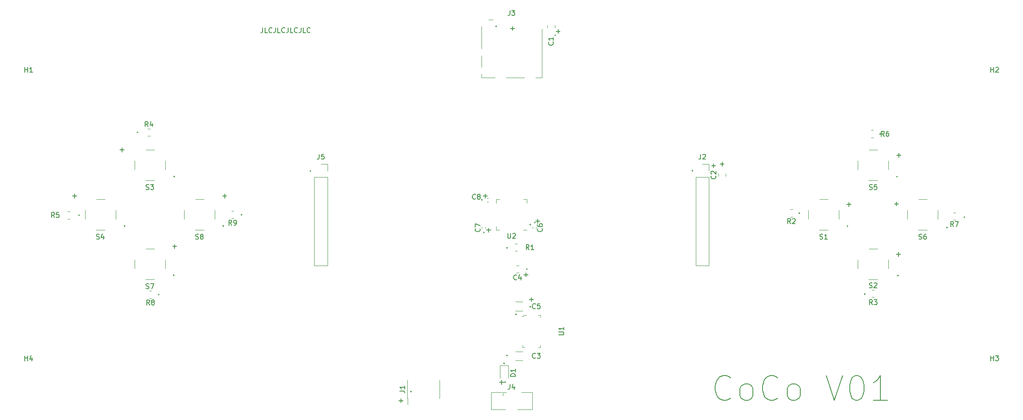
<source format=gbr>
%TF.GenerationSoftware,KiCad,Pcbnew,(6.0.10)*%
%TF.CreationDate,2023-04-18T09:59:35+03:00*%
%TF.ProjectId,Console,436f6e73-6f6c-4652-9e6b-696361645f70,rev?*%
%TF.SameCoordinates,Original*%
%TF.FileFunction,Legend,Top*%
%TF.FilePolarity,Positive*%
%FSLAX46Y46*%
G04 Gerber Fmt 4.6, Leading zero omitted, Abs format (unit mm)*
G04 Created by KiCad (PCBNEW (6.0.10)) date 2023-04-18 09:59:35*
%MOMM*%
%LPD*%
G01*
G04 APERTURE LIST*
%ADD10C,0.150000*%
%ADD11C,0.120000*%
%ADD12C,0.100000*%
G04 APERTURE END LIST*
D10*
X144700000Y-96200000D02*
X144300000Y-96200000D01*
X227900000Y-92300000D02*
G75*
G03*
X227900000Y-92300000I-100000J0D01*
G01*
X148000000Y-133400000D02*
X148000000Y-134200000D01*
X227700000Y-97800000D02*
X227300000Y-97800000D01*
X158900000Y-63800000D02*
G75*
G03*
X158900000Y-63800000I-100000J0D01*
G01*
X159000000Y-63000000D02*
X159800000Y-63000000D01*
X61800000Y-96200000D02*
X61400000Y-96200000D01*
X153200000Y-111000000D02*
G75*
G03*
X153200000Y-111000000I-100000J0D01*
G01*
X148000000Y-133800000D02*
X147600000Y-133800000D01*
X190800000Y-90100000D02*
X190400000Y-90100000D01*
X82000000Y-92300000D02*
G75*
G03*
X82000000Y-92300000I-100000J0D01*
G01*
X227800000Y-88000000D02*
X228600000Y-88000000D01*
X149200000Y-128400000D02*
G75*
G03*
X149200000Y-128400000I-100000J0D01*
G01*
X149800000Y-62400000D02*
X150600000Y-62400000D01*
X95600000Y-100000000D02*
G75*
G03*
X95600000Y-100000000I-100000J0D01*
G01*
X153900000Y-102000000D02*
G75*
G03*
X153900000Y-102000000I-100000J0D01*
G01*
X144300000Y-96200000D02*
X145100000Y-96200000D01*
X144500000Y-103600000D02*
G75*
G03*
X144500000Y-103600000I-100000J0D01*
G01*
X144100000Y-97000000D02*
G75*
G03*
X144100000Y-97000000I-100000J0D01*
G01*
X148600000Y-130000000D02*
G75*
G03*
X148600000Y-130000000I-100000J0D01*
G01*
X228100000Y-107600000D02*
X228100000Y-108400000D01*
X238000000Y-102600000D02*
G75*
G03*
X238000000Y-102600000I-100000J0D01*
G01*
X228100000Y-112300000D02*
G75*
G03*
X228100000Y-112300000I-100000J0D01*
G01*
X192500000Y-89800000D02*
X192100000Y-89800000D01*
X145400000Y-102700000D02*
X145400000Y-103500000D01*
X145000000Y-103100000D02*
X145800000Y-103100000D01*
X153900000Y-118600000D02*
G75*
G03*
X153900000Y-118600000I-100000J0D01*
G01*
X153600000Y-117100000D02*
X154400000Y-117100000D01*
X159400000Y-62600000D02*
X159400000Y-63400000D01*
X149200000Y-106700000D02*
G75*
G03*
X149200000Y-106700000I-100000J0D01*
G01*
X91900000Y-102300000D02*
G75*
G03*
X91900000Y-102300000I-100000J0D01*
G01*
X155300000Y-101300000D02*
X154900000Y-101300000D01*
X147600000Y-133800000D02*
X148400000Y-133800000D01*
X74600000Y-83400000D02*
G75*
G03*
X74600000Y-83400000I-100000J0D01*
G01*
X81900000Y-112200000D02*
G75*
G03*
X81900000Y-112200000I-100000J0D01*
G01*
X227300000Y-97800000D02*
X228100000Y-97800000D01*
X71400000Y-86500000D02*
X71400000Y-87300000D01*
X159400000Y-63000000D02*
X159000000Y-63000000D01*
X186600000Y-91100000D02*
G75*
G03*
X186600000Y-91100000I-100000J0D01*
G01*
X192100000Y-89800000D02*
X192900000Y-89800000D01*
X129800000Y-135700000D02*
G75*
G03*
X129800000Y-135700000I-100000J0D01*
G01*
X150200000Y-62000000D02*
X150200000Y-62800000D01*
X217900000Y-102300000D02*
G75*
G03*
X217900000Y-102300000I-100000J0D01*
G01*
X228100000Y-108000000D02*
X227700000Y-108000000D01*
X109500000Y-91200000D02*
G75*
G03*
X109500000Y-91200000I-100000J0D01*
G01*
X127300000Y-137500000D02*
X128100000Y-137500000D01*
X82000000Y-106000000D02*
X82000000Y-106800000D01*
X82000000Y-106400000D02*
X81600000Y-106400000D01*
X127700000Y-137500000D02*
X127300000Y-137500000D01*
X62800000Y-100100000D02*
G75*
G03*
X62800000Y-100100000I-100000J0D01*
G01*
X190400000Y-90100000D02*
X191200000Y-90100000D01*
X190800000Y-89700000D02*
X190800000Y-90500000D01*
X221400000Y-116000000D02*
G75*
G03*
X221400000Y-116000000I-100000J0D01*
G01*
X228200000Y-87600000D02*
X228200000Y-88400000D01*
X192500000Y-89400000D02*
X192500000Y-90200000D01*
X61800000Y-95800000D02*
X61800000Y-96600000D01*
X148800000Y-133800000D02*
G75*
G03*
X148800000Y-133800000I-100000J0D01*
G01*
X241500000Y-100500000D02*
G75*
G03*
X241500000Y-100500000I-100000J0D01*
G01*
X92100000Y-96200000D02*
X91700000Y-96200000D01*
X81600000Y-106400000D02*
X82400000Y-106400000D01*
X217700000Y-97900000D02*
X218500000Y-97900000D01*
X147000000Y-62000000D02*
G75*
G03*
X147000000Y-62000000I-100000J0D01*
G01*
X154800000Y-101600000D02*
G75*
G03*
X154800000Y-101600000I-100000J0D01*
G01*
X152500000Y-112100000D02*
X153300000Y-112100000D01*
X78900000Y-116100000D02*
G75*
G03*
X78900000Y-116100000I-100000J0D01*
G01*
X127700000Y-137100000D02*
X127700000Y-137900000D01*
X150200000Y-62400000D02*
X149800000Y-62400000D01*
X151000000Y-120100000D02*
G75*
G03*
X151000000Y-120100000I-100000J0D01*
G01*
X154000000Y-116700000D02*
X154000000Y-117500000D01*
X91700000Y-96200000D02*
X92500000Y-96200000D01*
X208200000Y-99700000D02*
G75*
G03*
X208200000Y-99700000I-100000J0D01*
G01*
X152900000Y-111700000D02*
X152900000Y-112500000D01*
X144700000Y-95800000D02*
X144700000Y-96600000D01*
X71400000Y-86900000D02*
X71000000Y-86900000D01*
X154000000Y-117100000D02*
X153600000Y-117100000D01*
X224500000Y-83700000D02*
G75*
G03*
X224500000Y-83700000I-100000J0D01*
G01*
X218100000Y-97900000D02*
X217700000Y-97900000D01*
X218100000Y-97500000D02*
X218100000Y-98300000D01*
X72000000Y-102300000D02*
G75*
G03*
X72000000Y-102300000I-100000J0D01*
G01*
X227700000Y-97400000D02*
X227700000Y-98200000D01*
X61400000Y-96200000D02*
X62200000Y-96200000D01*
X152900000Y-112100000D02*
X152500000Y-112100000D01*
X227700000Y-108000000D02*
X228500000Y-108000000D01*
X154900000Y-101300000D02*
X155700000Y-101300000D01*
X228200000Y-88000000D02*
X227800000Y-88000000D01*
X155300000Y-100900000D02*
X155300000Y-101700000D01*
X92100000Y-95800000D02*
X92100000Y-96600000D01*
X145400000Y-103100000D02*
X145000000Y-103100000D01*
X71000000Y-86900000D02*
X71800000Y-86900000D01*
X194214285Y-136985714D02*
X193976190Y-137223809D01*
X193261904Y-137461904D01*
X192785714Y-137461904D01*
X192071428Y-137223809D01*
X191595238Y-136747619D01*
X191357142Y-136271428D01*
X191119047Y-135319047D01*
X191119047Y-134604761D01*
X191357142Y-133652380D01*
X191595238Y-133176190D01*
X192071428Y-132700000D01*
X192785714Y-132461904D01*
X193261904Y-132461904D01*
X193976190Y-132700000D01*
X194214285Y-132938095D01*
X197071428Y-137461904D02*
X196595238Y-137223809D01*
X196357142Y-136985714D01*
X196119047Y-136509523D01*
X196119047Y-135080952D01*
X196357142Y-134604761D01*
X196595238Y-134366666D01*
X197071428Y-134128571D01*
X197785714Y-134128571D01*
X198261904Y-134366666D01*
X198500000Y-134604761D01*
X198738095Y-135080952D01*
X198738095Y-136509523D01*
X198500000Y-136985714D01*
X198261904Y-137223809D01*
X197785714Y-137461904D01*
X197071428Y-137461904D01*
X203738095Y-136985714D02*
X203500000Y-137223809D01*
X202785714Y-137461904D01*
X202309523Y-137461904D01*
X201595238Y-137223809D01*
X201119047Y-136747619D01*
X200880952Y-136271428D01*
X200642857Y-135319047D01*
X200642857Y-134604761D01*
X200880952Y-133652380D01*
X201119047Y-133176190D01*
X201595238Y-132700000D01*
X202309523Y-132461904D01*
X202785714Y-132461904D01*
X203500000Y-132700000D01*
X203738095Y-132938095D01*
X206595238Y-137461904D02*
X206119047Y-137223809D01*
X205880952Y-136985714D01*
X205642857Y-136509523D01*
X205642857Y-135080952D01*
X205880952Y-134604761D01*
X206119047Y-134366666D01*
X206595238Y-134128571D01*
X207309523Y-134128571D01*
X207785714Y-134366666D01*
X208023809Y-134604761D01*
X208261904Y-135080952D01*
X208261904Y-136509523D01*
X208023809Y-136985714D01*
X207785714Y-137223809D01*
X207309523Y-137461904D01*
X206595238Y-137461904D01*
X213500000Y-132461904D02*
X215166666Y-137461904D01*
X216833333Y-132461904D01*
X219452380Y-132461904D02*
X219928571Y-132461904D01*
X220404761Y-132700000D01*
X220642857Y-132938095D01*
X220880952Y-133414285D01*
X221119047Y-134366666D01*
X221119047Y-135557142D01*
X220880952Y-136509523D01*
X220642857Y-136985714D01*
X220404761Y-137223809D01*
X219928571Y-137461904D01*
X219452380Y-137461904D01*
X218976190Y-137223809D01*
X218738095Y-136985714D01*
X218500000Y-136509523D01*
X218261904Y-135557142D01*
X218261904Y-134366666D01*
X218500000Y-133414285D01*
X218738095Y-132938095D01*
X218976190Y-132700000D01*
X219452380Y-132461904D01*
X225880952Y-137461904D02*
X223023809Y-137461904D01*
X224452380Y-137461904D02*
X224452380Y-132461904D01*
X223976190Y-133176190D01*
X223500000Y-133652380D01*
X223023809Y-133890476D01*
X99780952Y-62252380D02*
X99780952Y-62966666D01*
X99733333Y-63109523D01*
X99638095Y-63204761D01*
X99495238Y-63252380D01*
X99400000Y-63252380D01*
X100733333Y-63252380D02*
X100257142Y-63252380D01*
X100257142Y-62252380D01*
X101638095Y-63157142D02*
X101590476Y-63204761D01*
X101447619Y-63252380D01*
X101352380Y-63252380D01*
X101209523Y-63204761D01*
X101114285Y-63109523D01*
X101066666Y-63014285D01*
X101019047Y-62823809D01*
X101019047Y-62680952D01*
X101066666Y-62490476D01*
X101114285Y-62395238D01*
X101209523Y-62300000D01*
X101352380Y-62252380D01*
X101447619Y-62252380D01*
X101590476Y-62300000D01*
X101638095Y-62347619D01*
X102352380Y-62252380D02*
X102352380Y-62966666D01*
X102304761Y-63109523D01*
X102209523Y-63204761D01*
X102066666Y-63252380D01*
X101971428Y-63252380D01*
X103304761Y-63252380D02*
X102828571Y-63252380D01*
X102828571Y-62252380D01*
X104209523Y-63157142D02*
X104161904Y-63204761D01*
X104019047Y-63252380D01*
X103923809Y-63252380D01*
X103780952Y-63204761D01*
X103685714Y-63109523D01*
X103638095Y-63014285D01*
X103590476Y-62823809D01*
X103590476Y-62680952D01*
X103638095Y-62490476D01*
X103685714Y-62395238D01*
X103780952Y-62300000D01*
X103923809Y-62252380D01*
X104019047Y-62252380D01*
X104161904Y-62300000D01*
X104209523Y-62347619D01*
X104923809Y-62252380D02*
X104923809Y-62966666D01*
X104876190Y-63109523D01*
X104780952Y-63204761D01*
X104638095Y-63252380D01*
X104542857Y-63252380D01*
X105876190Y-63252380D02*
X105400000Y-63252380D01*
X105400000Y-62252380D01*
X106780952Y-63157142D02*
X106733333Y-63204761D01*
X106590476Y-63252380D01*
X106495238Y-63252380D01*
X106352380Y-63204761D01*
X106257142Y-63109523D01*
X106209523Y-63014285D01*
X106161904Y-62823809D01*
X106161904Y-62680952D01*
X106209523Y-62490476D01*
X106257142Y-62395238D01*
X106352380Y-62300000D01*
X106495238Y-62252380D01*
X106590476Y-62252380D01*
X106733333Y-62300000D01*
X106780952Y-62347619D01*
X107495238Y-62252380D02*
X107495238Y-62966666D01*
X107447619Y-63109523D01*
X107352380Y-63204761D01*
X107209523Y-63252380D01*
X107114285Y-63252380D01*
X108447619Y-63252380D02*
X107971428Y-63252380D01*
X107971428Y-62252380D01*
X109352380Y-63157142D02*
X109304761Y-63204761D01*
X109161904Y-63252380D01*
X109066666Y-63252380D01*
X108923809Y-63204761D01*
X108828571Y-63109523D01*
X108780952Y-63014285D01*
X108733333Y-62823809D01*
X108733333Y-62680952D01*
X108780952Y-62490476D01*
X108828571Y-62395238D01*
X108923809Y-62300000D01*
X109066666Y-62252380D01*
X109161904Y-62252380D01*
X109304761Y-62300000D01*
X109352380Y-62347619D01*
%TO.C,C7*%
X143567142Y-102796666D02*
X143614761Y-102844285D01*
X143662380Y-102987142D01*
X143662380Y-103082380D01*
X143614761Y-103225238D01*
X143519523Y-103320476D01*
X143424285Y-103368095D01*
X143233809Y-103415714D01*
X143090952Y-103415714D01*
X142900476Y-103368095D01*
X142805238Y-103320476D01*
X142710000Y-103225238D01*
X142662380Y-103082380D01*
X142662380Y-102987142D01*
X142710000Y-102844285D01*
X142757619Y-102796666D01*
X142662380Y-102463333D02*
X142662380Y-101796666D01*
X143662380Y-102225238D01*
%TO.C,R2*%
X206333333Y-101802380D02*
X206000000Y-101326190D01*
X205761904Y-101802380D02*
X205761904Y-100802380D01*
X206142857Y-100802380D01*
X206238095Y-100850000D01*
X206285714Y-100897619D01*
X206333333Y-100992857D01*
X206333333Y-101135714D01*
X206285714Y-101230952D01*
X206238095Y-101278571D01*
X206142857Y-101326190D01*
X205761904Y-101326190D01*
X206714285Y-100897619D02*
X206761904Y-100850000D01*
X206857142Y-100802380D01*
X207095238Y-100802380D01*
X207190476Y-100850000D01*
X207238095Y-100897619D01*
X207285714Y-100992857D01*
X207285714Y-101088095D01*
X207238095Y-101230952D01*
X206666666Y-101802380D01*
X207285714Y-101802380D01*
%TO.C,R6*%
X225233333Y-84152380D02*
X224900000Y-83676190D01*
X224661904Y-84152380D02*
X224661904Y-83152380D01*
X225042857Y-83152380D01*
X225138095Y-83200000D01*
X225185714Y-83247619D01*
X225233333Y-83342857D01*
X225233333Y-83485714D01*
X225185714Y-83580952D01*
X225138095Y-83628571D01*
X225042857Y-83676190D01*
X224661904Y-83676190D01*
X226090476Y-83152380D02*
X225900000Y-83152380D01*
X225804761Y-83200000D01*
X225757142Y-83247619D01*
X225661904Y-83390476D01*
X225614285Y-83580952D01*
X225614285Y-83961904D01*
X225661904Y-84057142D01*
X225709523Y-84104761D01*
X225804761Y-84152380D01*
X225995238Y-84152380D01*
X226090476Y-84104761D01*
X226138095Y-84057142D01*
X226185714Y-83961904D01*
X226185714Y-83723809D01*
X226138095Y-83628571D01*
X226090476Y-83580952D01*
X225995238Y-83533333D01*
X225804761Y-83533333D01*
X225709523Y-83580952D01*
X225661904Y-83628571D01*
X225614285Y-83723809D01*
%TO.C,C2*%
X191177142Y-92166666D02*
X191224761Y-92214285D01*
X191272380Y-92357142D01*
X191272380Y-92452380D01*
X191224761Y-92595238D01*
X191129523Y-92690476D01*
X191034285Y-92738095D01*
X190843809Y-92785714D01*
X190700952Y-92785714D01*
X190510476Y-92738095D01*
X190415238Y-92690476D01*
X190320000Y-92595238D01*
X190272380Y-92452380D01*
X190272380Y-92357142D01*
X190320000Y-92214285D01*
X190367619Y-92166666D01*
X190367619Y-91785714D02*
X190320000Y-91738095D01*
X190272380Y-91642857D01*
X190272380Y-91404761D01*
X190320000Y-91309523D01*
X190367619Y-91261904D01*
X190462857Y-91214285D01*
X190558095Y-91214285D01*
X190700952Y-91261904D01*
X191272380Y-91833333D01*
X191272380Y-91214285D01*
%TO.C,S8*%
X86238095Y-104874761D02*
X86380952Y-104922380D01*
X86619047Y-104922380D01*
X86714285Y-104874761D01*
X86761904Y-104827142D01*
X86809523Y-104731904D01*
X86809523Y-104636666D01*
X86761904Y-104541428D01*
X86714285Y-104493809D01*
X86619047Y-104446190D01*
X86428571Y-104398571D01*
X86333333Y-104350952D01*
X86285714Y-104303333D01*
X86238095Y-104208095D01*
X86238095Y-104112857D01*
X86285714Y-104017619D01*
X86333333Y-103970000D01*
X86428571Y-103922380D01*
X86666666Y-103922380D01*
X86809523Y-103970000D01*
X87380952Y-104350952D02*
X87285714Y-104303333D01*
X87238095Y-104255714D01*
X87190476Y-104160476D01*
X87190476Y-104112857D01*
X87238095Y-104017619D01*
X87285714Y-103970000D01*
X87380952Y-103922380D01*
X87571428Y-103922380D01*
X87666666Y-103970000D01*
X87714285Y-104017619D01*
X87761904Y-104112857D01*
X87761904Y-104160476D01*
X87714285Y-104255714D01*
X87666666Y-104303333D01*
X87571428Y-104350952D01*
X87380952Y-104350952D01*
X87285714Y-104398571D01*
X87238095Y-104446190D01*
X87190476Y-104541428D01*
X87190476Y-104731904D01*
X87238095Y-104827142D01*
X87285714Y-104874761D01*
X87380952Y-104922380D01*
X87571428Y-104922380D01*
X87666666Y-104874761D01*
X87714285Y-104827142D01*
X87761904Y-104731904D01*
X87761904Y-104541428D01*
X87714285Y-104446190D01*
X87666666Y-104398571D01*
X87571428Y-104350952D01*
%TO.C,R5*%
X57733333Y-100552380D02*
X57400000Y-100076190D01*
X57161904Y-100552380D02*
X57161904Y-99552380D01*
X57542857Y-99552380D01*
X57638095Y-99600000D01*
X57685714Y-99647619D01*
X57733333Y-99742857D01*
X57733333Y-99885714D01*
X57685714Y-99980952D01*
X57638095Y-100028571D01*
X57542857Y-100076190D01*
X57161904Y-100076190D01*
X58638095Y-99552380D02*
X58161904Y-99552380D01*
X58114285Y-100028571D01*
X58161904Y-99980952D01*
X58257142Y-99933333D01*
X58495238Y-99933333D01*
X58590476Y-99980952D01*
X58638095Y-100028571D01*
X58685714Y-100123809D01*
X58685714Y-100361904D01*
X58638095Y-100457142D01*
X58590476Y-100504761D01*
X58495238Y-100552380D01*
X58257142Y-100552380D01*
X58161904Y-100504761D01*
X58114285Y-100457142D01*
%TO.C,U2*%
X149238095Y-103772380D02*
X149238095Y-104581904D01*
X149285714Y-104677142D01*
X149333333Y-104724761D01*
X149428571Y-104772380D01*
X149619047Y-104772380D01*
X149714285Y-104724761D01*
X149761904Y-104677142D01*
X149809523Y-104581904D01*
X149809523Y-103772380D01*
X150238095Y-103867619D02*
X150285714Y-103820000D01*
X150380952Y-103772380D01*
X150619047Y-103772380D01*
X150714285Y-103820000D01*
X150761904Y-103867619D01*
X150809523Y-103962857D01*
X150809523Y-104058095D01*
X150761904Y-104200952D01*
X150190476Y-104772380D01*
X150809523Y-104772380D01*
%TO.C,J1*%
X127447380Y-135553333D02*
X128161666Y-135553333D01*
X128304523Y-135600952D01*
X128399761Y-135696190D01*
X128447380Y-135839047D01*
X128447380Y-135934285D01*
X128447380Y-134553333D02*
X128447380Y-135124761D01*
X128447380Y-134839047D02*
X127447380Y-134839047D01*
X127590238Y-134934285D01*
X127685476Y-135029523D01*
X127733095Y-135124761D01*
%TO.C,R9*%
X93520833Y-102102380D02*
X93187500Y-101626190D01*
X92949404Y-102102380D02*
X92949404Y-101102380D01*
X93330357Y-101102380D01*
X93425595Y-101150000D01*
X93473214Y-101197619D01*
X93520833Y-101292857D01*
X93520833Y-101435714D01*
X93473214Y-101530952D01*
X93425595Y-101578571D01*
X93330357Y-101626190D01*
X92949404Y-101626190D01*
X93997023Y-102102380D02*
X94187500Y-102102380D01*
X94282738Y-102054761D01*
X94330357Y-102007142D01*
X94425595Y-101864285D01*
X94473214Y-101673809D01*
X94473214Y-101292857D01*
X94425595Y-101197619D01*
X94377976Y-101150000D01*
X94282738Y-101102380D01*
X94092261Y-101102380D01*
X93997023Y-101150000D01*
X93949404Y-101197619D01*
X93901785Y-101292857D01*
X93901785Y-101530952D01*
X93949404Y-101626190D01*
X93997023Y-101673809D01*
X94092261Y-101721428D01*
X94282738Y-101721428D01*
X94377976Y-101673809D01*
X94425595Y-101626190D01*
X94473214Y-101530952D01*
%TO.C,S3*%
X76238095Y-94874761D02*
X76380952Y-94922380D01*
X76619047Y-94922380D01*
X76714285Y-94874761D01*
X76761904Y-94827142D01*
X76809523Y-94731904D01*
X76809523Y-94636666D01*
X76761904Y-94541428D01*
X76714285Y-94493809D01*
X76619047Y-94446190D01*
X76428571Y-94398571D01*
X76333333Y-94350952D01*
X76285714Y-94303333D01*
X76238095Y-94208095D01*
X76238095Y-94112857D01*
X76285714Y-94017619D01*
X76333333Y-93970000D01*
X76428571Y-93922380D01*
X76666666Y-93922380D01*
X76809523Y-93970000D01*
X77142857Y-93922380D02*
X77761904Y-93922380D01*
X77428571Y-94303333D01*
X77571428Y-94303333D01*
X77666666Y-94350952D01*
X77714285Y-94398571D01*
X77761904Y-94493809D01*
X77761904Y-94731904D01*
X77714285Y-94827142D01*
X77666666Y-94874761D01*
X77571428Y-94922380D01*
X77285714Y-94922380D01*
X77190476Y-94874761D01*
X77142857Y-94827142D01*
%TO.C,D1*%
X150802380Y-132638095D02*
X149802380Y-132638095D01*
X149802380Y-132400000D01*
X149850000Y-132257142D01*
X149945238Y-132161904D01*
X150040476Y-132114285D01*
X150230952Y-132066666D01*
X150373809Y-132066666D01*
X150564285Y-132114285D01*
X150659523Y-132161904D01*
X150754761Y-132257142D01*
X150802380Y-132400000D01*
X150802380Y-132638095D01*
X150802380Y-131114285D02*
X150802380Y-131685714D01*
X150802380Y-131400000D02*
X149802380Y-131400000D01*
X149945238Y-131495238D01*
X150040476Y-131590476D01*
X150088095Y-131685714D01*
%TO.C,R8*%
X76933333Y-118202380D02*
X76600000Y-117726190D01*
X76361904Y-118202380D02*
X76361904Y-117202380D01*
X76742857Y-117202380D01*
X76838095Y-117250000D01*
X76885714Y-117297619D01*
X76933333Y-117392857D01*
X76933333Y-117535714D01*
X76885714Y-117630952D01*
X76838095Y-117678571D01*
X76742857Y-117726190D01*
X76361904Y-117726190D01*
X77504761Y-117630952D02*
X77409523Y-117583333D01*
X77361904Y-117535714D01*
X77314285Y-117440476D01*
X77314285Y-117392857D01*
X77361904Y-117297619D01*
X77409523Y-117250000D01*
X77504761Y-117202380D01*
X77695238Y-117202380D01*
X77790476Y-117250000D01*
X77838095Y-117297619D01*
X77885714Y-117392857D01*
X77885714Y-117440476D01*
X77838095Y-117535714D01*
X77790476Y-117583333D01*
X77695238Y-117630952D01*
X77504761Y-117630952D01*
X77409523Y-117678571D01*
X77361904Y-117726190D01*
X77314285Y-117821428D01*
X77314285Y-118011904D01*
X77361904Y-118107142D01*
X77409523Y-118154761D01*
X77504761Y-118202380D01*
X77695238Y-118202380D01*
X77790476Y-118154761D01*
X77838095Y-118107142D01*
X77885714Y-118011904D01*
X77885714Y-117821428D01*
X77838095Y-117726190D01*
X77790476Y-117678571D01*
X77695238Y-117630952D01*
%TO.C,J4*%
X149666666Y-134227380D02*
X149666666Y-134941666D01*
X149619047Y-135084523D01*
X149523809Y-135179761D01*
X149380952Y-135227380D01*
X149285714Y-135227380D01*
X150571428Y-134560714D02*
X150571428Y-135227380D01*
X150333333Y-134179761D02*
X150095238Y-134894047D01*
X150714285Y-134894047D01*
%TO.C,H4*%
X51738095Y-129452380D02*
X51738095Y-128452380D01*
X51738095Y-128928571D02*
X52309523Y-128928571D01*
X52309523Y-129452380D02*
X52309523Y-128452380D01*
X53214285Y-128785714D02*
X53214285Y-129452380D01*
X52976190Y-128404761D02*
X52738095Y-129119047D01*
X53357142Y-129119047D01*
%TO.C,C6*%
X156137142Y-102796666D02*
X156184761Y-102844285D01*
X156232380Y-102987142D01*
X156232380Y-103082380D01*
X156184761Y-103225238D01*
X156089523Y-103320476D01*
X155994285Y-103368095D01*
X155803809Y-103415714D01*
X155660952Y-103415714D01*
X155470476Y-103368095D01*
X155375238Y-103320476D01*
X155280000Y-103225238D01*
X155232380Y-103082380D01*
X155232380Y-102987142D01*
X155280000Y-102844285D01*
X155327619Y-102796666D01*
X155232380Y-101939523D02*
X155232380Y-102130000D01*
X155280000Y-102225238D01*
X155327619Y-102272857D01*
X155470476Y-102368095D01*
X155660952Y-102415714D01*
X156041904Y-102415714D01*
X156137142Y-102368095D01*
X156184761Y-102320476D01*
X156232380Y-102225238D01*
X156232380Y-102034761D01*
X156184761Y-101939523D01*
X156137142Y-101891904D01*
X156041904Y-101844285D01*
X155803809Y-101844285D01*
X155708571Y-101891904D01*
X155660952Y-101939523D01*
X155613333Y-102034761D01*
X155613333Y-102225238D01*
X155660952Y-102320476D01*
X155708571Y-102368095D01*
X155803809Y-102415714D01*
%TO.C,J5*%
X111166666Y-87807380D02*
X111166666Y-88521666D01*
X111119047Y-88664523D01*
X111023809Y-88759761D01*
X110880952Y-88807380D01*
X110785714Y-88807380D01*
X112119047Y-87807380D02*
X111642857Y-87807380D01*
X111595238Y-88283571D01*
X111642857Y-88235952D01*
X111738095Y-88188333D01*
X111976190Y-88188333D01*
X112071428Y-88235952D01*
X112119047Y-88283571D01*
X112166666Y-88378809D01*
X112166666Y-88616904D01*
X112119047Y-88712142D01*
X112071428Y-88759761D01*
X111976190Y-88807380D01*
X111738095Y-88807380D01*
X111642857Y-88759761D01*
X111595238Y-88712142D01*
%TO.C,R1*%
X153533333Y-107052380D02*
X153200000Y-106576190D01*
X152961904Y-107052380D02*
X152961904Y-106052380D01*
X153342857Y-106052380D01*
X153438095Y-106100000D01*
X153485714Y-106147619D01*
X153533333Y-106242857D01*
X153533333Y-106385714D01*
X153485714Y-106480952D01*
X153438095Y-106528571D01*
X153342857Y-106576190D01*
X152961904Y-106576190D01*
X154485714Y-107052380D02*
X153914285Y-107052380D01*
X154200000Y-107052380D02*
X154200000Y-106052380D01*
X154104761Y-106195238D01*
X154009523Y-106290476D01*
X153914285Y-106338095D01*
%TO.C,S2*%
X222218095Y-114694089D02*
X222360952Y-114741708D01*
X222599047Y-114741708D01*
X222694285Y-114694089D01*
X222741904Y-114646470D01*
X222789523Y-114551232D01*
X222789523Y-114455994D01*
X222741904Y-114360756D01*
X222694285Y-114313137D01*
X222599047Y-114265518D01*
X222408571Y-114217899D01*
X222313333Y-114170280D01*
X222265714Y-114122661D01*
X222218095Y-114027423D01*
X222218095Y-113932185D01*
X222265714Y-113836947D01*
X222313333Y-113789328D01*
X222408571Y-113741708D01*
X222646666Y-113741708D01*
X222789523Y-113789328D01*
X223170476Y-113836947D02*
X223218095Y-113789328D01*
X223313333Y-113741708D01*
X223551428Y-113741708D01*
X223646666Y-113789328D01*
X223694285Y-113836947D01*
X223741904Y-113932185D01*
X223741904Y-114027423D01*
X223694285Y-114170280D01*
X223122857Y-114741708D01*
X223741904Y-114741708D01*
%TO.C,J2*%
X188166666Y-87807380D02*
X188166666Y-88521666D01*
X188119047Y-88664523D01*
X188023809Y-88759761D01*
X187880952Y-88807380D01*
X187785714Y-88807380D01*
X188595238Y-87902619D02*
X188642857Y-87855000D01*
X188738095Y-87807380D01*
X188976190Y-87807380D01*
X189071428Y-87855000D01*
X189119047Y-87902619D01*
X189166666Y-87997857D01*
X189166666Y-88093095D01*
X189119047Y-88235952D01*
X188547619Y-88807380D01*
X189166666Y-88807380D01*
%TO.C,S7*%
X76238095Y-114874761D02*
X76380952Y-114922380D01*
X76619047Y-114922380D01*
X76714285Y-114874761D01*
X76761904Y-114827142D01*
X76809523Y-114731904D01*
X76809523Y-114636666D01*
X76761904Y-114541428D01*
X76714285Y-114493809D01*
X76619047Y-114446190D01*
X76428571Y-114398571D01*
X76333333Y-114350952D01*
X76285714Y-114303333D01*
X76238095Y-114208095D01*
X76238095Y-114112857D01*
X76285714Y-114017619D01*
X76333333Y-113970000D01*
X76428571Y-113922380D01*
X76666666Y-113922380D01*
X76809523Y-113970000D01*
X77142857Y-113922380D02*
X77809523Y-113922380D01*
X77380952Y-114922380D01*
%TO.C,S1*%
X212238095Y-104874761D02*
X212380952Y-104922380D01*
X212619047Y-104922380D01*
X212714285Y-104874761D01*
X212761904Y-104827142D01*
X212809523Y-104731904D01*
X212809523Y-104636666D01*
X212761904Y-104541428D01*
X212714285Y-104493809D01*
X212619047Y-104446190D01*
X212428571Y-104398571D01*
X212333333Y-104350952D01*
X212285714Y-104303333D01*
X212238095Y-104208095D01*
X212238095Y-104112857D01*
X212285714Y-104017619D01*
X212333333Y-103970000D01*
X212428571Y-103922380D01*
X212666666Y-103922380D01*
X212809523Y-103970000D01*
X213761904Y-104922380D02*
X213190476Y-104922380D01*
X213476190Y-104922380D02*
X213476190Y-103922380D01*
X213380952Y-104065238D01*
X213285714Y-104160476D01*
X213190476Y-104208095D01*
%TO.C,J3*%
X149666666Y-58772380D02*
X149666666Y-59486666D01*
X149619047Y-59629523D01*
X149523809Y-59724761D01*
X149380952Y-59772380D01*
X149285714Y-59772380D01*
X150047619Y-58772380D02*
X150666666Y-58772380D01*
X150333333Y-59153333D01*
X150476190Y-59153333D01*
X150571428Y-59200952D01*
X150619047Y-59248571D01*
X150666666Y-59343809D01*
X150666666Y-59581904D01*
X150619047Y-59677142D01*
X150571428Y-59724761D01*
X150476190Y-59772380D01*
X150190476Y-59772380D01*
X150095238Y-59724761D01*
X150047619Y-59677142D01*
%TO.C,S4*%
X66238095Y-104874761D02*
X66380952Y-104922380D01*
X66619047Y-104922380D01*
X66714285Y-104874761D01*
X66761904Y-104827142D01*
X66809523Y-104731904D01*
X66809523Y-104636666D01*
X66761904Y-104541428D01*
X66714285Y-104493809D01*
X66619047Y-104446190D01*
X66428571Y-104398571D01*
X66333333Y-104350952D01*
X66285714Y-104303333D01*
X66238095Y-104208095D01*
X66238095Y-104112857D01*
X66285714Y-104017619D01*
X66333333Y-103970000D01*
X66428571Y-103922380D01*
X66666666Y-103922380D01*
X66809523Y-103970000D01*
X67666666Y-104255714D02*
X67666666Y-104922380D01*
X67428571Y-103874761D02*
X67190476Y-104589047D01*
X67809523Y-104589047D01*
%TO.C,R3*%
X222833333Y-118152380D02*
X222500000Y-117676190D01*
X222261904Y-118152380D02*
X222261904Y-117152380D01*
X222642857Y-117152380D01*
X222738095Y-117200000D01*
X222785714Y-117247619D01*
X222833333Y-117342857D01*
X222833333Y-117485714D01*
X222785714Y-117580952D01*
X222738095Y-117628571D01*
X222642857Y-117676190D01*
X222261904Y-117676190D01*
X223166666Y-117152380D02*
X223785714Y-117152380D01*
X223452380Y-117533333D01*
X223595238Y-117533333D01*
X223690476Y-117580952D01*
X223738095Y-117628571D01*
X223785714Y-117723809D01*
X223785714Y-117961904D01*
X223738095Y-118057142D01*
X223690476Y-118104761D01*
X223595238Y-118152380D01*
X223309523Y-118152380D01*
X223214285Y-118104761D01*
X223166666Y-118057142D01*
%TO.C,S6*%
X232238095Y-104874761D02*
X232380952Y-104922380D01*
X232619047Y-104922380D01*
X232714285Y-104874761D01*
X232761904Y-104827142D01*
X232809523Y-104731904D01*
X232809523Y-104636666D01*
X232761904Y-104541428D01*
X232714285Y-104493809D01*
X232619047Y-104446190D01*
X232428571Y-104398571D01*
X232333333Y-104350952D01*
X232285714Y-104303333D01*
X232238095Y-104208095D01*
X232238095Y-104112857D01*
X232285714Y-104017619D01*
X232333333Y-103970000D01*
X232428571Y-103922380D01*
X232666666Y-103922380D01*
X232809523Y-103970000D01*
X233666666Y-103922380D02*
X233476190Y-103922380D01*
X233380952Y-103970000D01*
X233333333Y-104017619D01*
X233238095Y-104160476D01*
X233190476Y-104350952D01*
X233190476Y-104731904D01*
X233238095Y-104827142D01*
X233285714Y-104874761D01*
X233380952Y-104922380D01*
X233571428Y-104922380D01*
X233666666Y-104874761D01*
X233714285Y-104827142D01*
X233761904Y-104731904D01*
X233761904Y-104493809D01*
X233714285Y-104398571D01*
X233666666Y-104350952D01*
X233571428Y-104303333D01*
X233380952Y-104303333D01*
X233285714Y-104350952D01*
X233238095Y-104398571D01*
X233190476Y-104493809D01*
%TO.C,R4*%
X76633333Y-82202380D02*
X76300000Y-81726190D01*
X76061904Y-82202380D02*
X76061904Y-81202380D01*
X76442857Y-81202380D01*
X76538095Y-81250000D01*
X76585714Y-81297619D01*
X76633333Y-81392857D01*
X76633333Y-81535714D01*
X76585714Y-81630952D01*
X76538095Y-81678571D01*
X76442857Y-81726190D01*
X76061904Y-81726190D01*
X77490476Y-81535714D02*
X77490476Y-82202380D01*
X77252380Y-81154761D02*
X77014285Y-81869047D01*
X77633333Y-81869047D01*
%TO.C,C8*%
X142733333Y-96757142D02*
X142685714Y-96804761D01*
X142542857Y-96852380D01*
X142447619Y-96852380D01*
X142304761Y-96804761D01*
X142209523Y-96709523D01*
X142161904Y-96614285D01*
X142114285Y-96423809D01*
X142114285Y-96280952D01*
X142161904Y-96090476D01*
X142209523Y-95995238D01*
X142304761Y-95900000D01*
X142447619Y-95852380D01*
X142542857Y-95852380D01*
X142685714Y-95900000D01*
X142733333Y-95947619D01*
X143304761Y-96280952D02*
X143209523Y-96233333D01*
X143161904Y-96185714D01*
X143114285Y-96090476D01*
X143114285Y-96042857D01*
X143161904Y-95947619D01*
X143209523Y-95900000D01*
X143304761Y-95852380D01*
X143495238Y-95852380D01*
X143590476Y-95900000D01*
X143638095Y-95947619D01*
X143685714Y-96042857D01*
X143685714Y-96090476D01*
X143638095Y-96185714D01*
X143590476Y-96233333D01*
X143495238Y-96280952D01*
X143304761Y-96280952D01*
X143209523Y-96328571D01*
X143161904Y-96376190D01*
X143114285Y-96471428D01*
X143114285Y-96661904D01*
X143161904Y-96757142D01*
X143209523Y-96804761D01*
X143304761Y-96852380D01*
X143495238Y-96852380D01*
X143590476Y-96804761D01*
X143638095Y-96757142D01*
X143685714Y-96661904D01*
X143685714Y-96471428D01*
X143638095Y-96376190D01*
X143590476Y-96328571D01*
X143495238Y-96280952D01*
%TO.C,C3*%
X154833333Y-128857142D02*
X154785714Y-128904761D01*
X154642857Y-128952380D01*
X154547619Y-128952380D01*
X154404761Y-128904761D01*
X154309523Y-128809523D01*
X154261904Y-128714285D01*
X154214285Y-128523809D01*
X154214285Y-128380952D01*
X154261904Y-128190476D01*
X154309523Y-128095238D01*
X154404761Y-128000000D01*
X154547619Y-127952380D01*
X154642857Y-127952380D01*
X154785714Y-128000000D01*
X154833333Y-128047619D01*
X155166666Y-127952380D02*
X155785714Y-127952380D01*
X155452380Y-128333333D01*
X155595238Y-128333333D01*
X155690476Y-128380952D01*
X155738095Y-128428571D01*
X155785714Y-128523809D01*
X155785714Y-128761904D01*
X155738095Y-128857142D01*
X155690476Y-128904761D01*
X155595238Y-128952380D01*
X155309523Y-128952380D01*
X155214285Y-128904761D01*
X155166666Y-128857142D01*
%TO.C,H1*%
X51738095Y-71252380D02*
X51738095Y-70252380D01*
X51738095Y-70728571D02*
X52309523Y-70728571D01*
X52309523Y-71252380D02*
X52309523Y-70252380D01*
X53309523Y-71252380D02*
X52738095Y-71252380D01*
X53023809Y-71252380D02*
X53023809Y-70252380D01*
X52928571Y-70395238D01*
X52833333Y-70490476D01*
X52738095Y-70538095D01*
%TO.C,U1*%
X159552380Y-124261904D02*
X160361904Y-124261904D01*
X160457142Y-124214285D01*
X160504761Y-124166666D01*
X160552380Y-124071428D01*
X160552380Y-123880952D01*
X160504761Y-123785714D01*
X160457142Y-123738095D01*
X160361904Y-123690476D01*
X159552380Y-123690476D01*
X160552380Y-122690476D02*
X160552380Y-123261904D01*
X160552380Y-122976190D02*
X159552380Y-122976190D01*
X159695238Y-123071428D01*
X159790476Y-123166666D01*
X159838095Y-123261904D01*
%TO.C,H3*%
X246738095Y-129452380D02*
X246738095Y-128452380D01*
X246738095Y-128928571D02*
X247309523Y-128928571D01*
X247309523Y-129452380D02*
X247309523Y-128452380D01*
X247690476Y-128452380D02*
X248309523Y-128452380D01*
X247976190Y-128833333D01*
X248119047Y-128833333D01*
X248214285Y-128880952D01*
X248261904Y-128928571D01*
X248309523Y-129023809D01*
X248309523Y-129261904D01*
X248261904Y-129357142D01*
X248214285Y-129404761D01*
X248119047Y-129452380D01*
X247833333Y-129452380D01*
X247738095Y-129404761D01*
X247690476Y-129357142D01*
%TO.C,C4*%
X151033333Y-113037142D02*
X150985714Y-113084761D01*
X150842857Y-113132380D01*
X150747619Y-113132380D01*
X150604761Y-113084761D01*
X150509523Y-112989523D01*
X150461904Y-112894285D01*
X150414285Y-112703809D01*
X150414285Y-112560952D01*
X150461904Y-112370476D01*
X150509523Y-112275238D01*
X150604761Y-112180000D01*
X150747619Y-112132380D01*
X150842857Y-112132380D01*
X150985714Y-112180000D01*
X151033333Y-112227619D01*
X151890476Y-112465714D02*
X151890476Y-113132380D01*
X151652380Y-112084761D02*
X151414285Y-112799047D01*
X152033333Y-112799047D01*
%TO.C,C1*%
X158357142Y-65166666D02*
X158404761Y-65214285D01*
X158452380Y-65357142D01*
X158452380Y-65452380D01*
X158404761Y-65595238D01*
X158309523Y-65690476D01*
X158214285Y-65738095D01*
X158023809Y-65785714D01*
X157880952Y-65785714D01*
X157690476Y-65738095D01*
X157595238Y-65690476D01*
X157500000Y-65595238D01*
X157452380Y-65452380D01*
X157452380Y-65357142D01*
X157500000Y-65214285D01*
X157547619Y-65166666D01*
X158452380Y-64214285D02*
X158452380Y-64785714D01*
X158452380Y-64500000D02*
X157452380Y-64500000D01*
X157595238Y-64595238D01*
X157690476Y-64690476D01*
X157738095Y-64785714D01*
%TO.C,R7*%
X239233333Y-102402380D02*
X238900000Y-101926190D01*
X238661904Y-102402380D02*
X238661904Y-101402380D01*
X239042857Y-101402380D01*
X239138095Y-101450000D01*
X239185714Y-101497619D01*
X239233333Y-101592857D01*
X239233333Y-101735714D01*
X239185714Y-101830952D01*
X239138095Y-101878571D01*
X239042857Y-101926190D01*
X238661904Y-101926190D01*
X239566666Y-101402380D02*
X240233333Y-101402380D01*
X239804761Y-102402380D01*
%TO.C,S5*%
X222238095Y-94874761D02*
X222380952Y-94922380D01*
X222619047Y-94922380D01*
X222714285Y-94874761D01*
X222761904Y-94827142D01*
X222809523Y-94731904D01*
X222809523Y-94636666D01*
X222761904Y-94541428D01*
X222714285Y-94493809D01*
X222619047Y-94446190D01*
X222428571Y-94398571D01*
X222333333Y-94350952D01*
X222285714Y-94303333D01*
X222238095Y-94208095D01*
X222238095Y-94112857D01*
X222285714Y-94017619D01*
X222333333Y-93970000D01*
X222428571Y-93922380D01*
X222666666Y-93922380D01*
X222809523Y-93970000D01*
X223714285Y-93922380D02*
X223238095Y-93922380D01*
X223190476Y-94398571D01*
X223238095Y-94350952D01*
X223333333Y-94303333D01*
X223571428Y-94303333D01*
X223666666Y-94350952D01*
X223714285Y-94398571D01*
X223761904Y-94493809D01*
X223761904Y-94731904D01*
X223714285Y-94827142D01*
X223666666Y-94874761D01*
X223571428Y-94922380D01*
X223333333Y-94922380D01*
X223238095Y-94874761D01*
X223190476Y-94827142D01*
%TO.C,H2*%
X246738095Y-71252380D02*
X246738095Y-70252380D01*
X246738095Y-70728571D02*
X247309523Y-70728571D01*
X247309523Y-71252380D02*
X247309523Y-70252380D01*
X247738095Y-70347619D02*
X247785714Y-70300000D01*
X247880952Y-70252380D01*
X248119047Y-70252380D01*
X248214285Y-70300000D01*
X248261904Y-70347619D01*
X248309523Y-70442857D01*
X248309523Y-70538095D01*
X248261904Y-70680952D01*
X247690476Y-71252380D01*
X248309523Y-71252380D01*
%TO.C,C5*%
X154833333Y-118857142D02*
X154785714Y-118904761D01*
X154642857Y-118952380D01*
X154547619Y-118952380D01*
X154404761Y-118904761D01*
X154309523Y-118809523D01*
X154261904Y-118714285D01*
X154214285Y-118523809D01*
X154214285Y-118380952D01*
X154261904Y-118190476D01*
X154309523Y-118095238D01*
X154404761Y-118000000D01*
X154547619Y-117952380D01*
X154642857Y-117952380D01*
X154785714Y-118000000D01*
X154833333Y-118047619D01*
X155738095Y-117952380D02*
X155261904Y-117952380D01*
X155214285Y-118428571D01*
X155261904Y-118380952D01*
X155357142Y-118333333D01*
X155595238Y-118333333D01*
X155690476Y-118380952D01*
X155738095Y-118428571D01*
X155785714Y-118523809D01*
X155785714Y-118761904D01*
X155738095Y-118857142D01*
X155690476Y-118904761D01*
X155595238Y-118952380D01*
X155357142Y-118952380D01*
X155261904Y-118904761D01*
X155214285Y-118857142D01*
D11*
%TO.C,C7*%
X144010000Y-102737836D02*
X144010000Y-102522164D01*
X144730000Y-102737836D02*
X144730000Y-102522164D01*
%TO.C,R2*%
X206727064Y-98965000D02*
X206272936Y-98965000D01*
X206727064Y-100435000D02*
X206272936Y-100435000D01*
%TO.C,R6*%
X223027064Y-84435000D02*
X222572936Y-84435000D01*
X223027064Y-82965000D02*
X222572936Y-82965000D01*
%TO.C,C2*%
X191765000Y-92261252D02*
X191765000Y-91738748D01*
X193235000Y-92261252D02*
X193235000Y-91738748D01*
D12*
%TO.C,S8*%
X83900000Y-100000000D02*
X83900000Y-99100000D01*
X90100000Y-100000000D02*
X90100000Y-100900000D01*
X87900000Y-96900000D02*
X86200000Y-96900000D01*
X90100000Y-100000000D02*
X90100000Y-99100000D01*
X83900000Y-100000000D02*
X83900000Y-100900000D01*
X87900000Y-103100000D02*
X86100000Y-103100000D01*
D11*
%TO.C,R5*%
X60827064Y-99365000D02*
X60372936Y-99365000D01*
X60827064Y-100835000D02*
X60372936Y-100835000D01*
%TO.C,U2*%
X152385000Y-103110000D02*
X153110000Y-103110000D01*
X152385000Y-96890000D02*
X153110000Y-96890000D01*
X146890000Y-103110000D02*
X146890000Y-102385000D01*
X146890000Y-96890000D02*
X146890000Y-97615000D01*
X147615000Y-96890000D02*
X146890000Y-96890000D01*
X147615000Y-103110000D02*
X146890000Y-103110000D01*
X153110000Y-96890000D02*
X153110000Y-97615000D01*
%TO.C,J1*%
X135465000Y-136985000D02*
X135465000Y-133455000D01*
X128995000Y-136985000D02*
X129060000Y-136985000D01*
X128995000Y-133455000D02*
X129060000Y-133455000D01*
X135400000Y-133455000D02*
X135465000Y-133455000D01*
X129060000Y-138310000D02*
X129060000Y-136985000D01*
X128995000Y-136985000D02*
X128995000Y-133455000D01*
X135400000Y-136985000D02*
X135465000Y-136985000D01*
%TO.C,R9*%
X93914564Y-99265000D02*
X93460436Y-99265000D01*
X93914564Y-100735000D02*
X93460436Y-100735000D01*
D12*
%TO.C,S3*%
X80100000Y-90000000D02*
X80100000Y-90900000D01*
X80100000Y-90000000D02*
X80100000Y-89100000D01*
X73900000Y-90000000D02*
X73900000Y-90900000D01*
X77900000Y-86900000D02*
X76200000Y-86900000D01*
X77900000Y-93100000D02*
X76100000Y-93100000D01*
X73900000Y-90000000D02*
X73900000Y-89100000D01*
D11*
%TO.C,D1*%
X149350000Y-130400000D02*
X147650000Y-130400000D01*
X149350000Y-130400000D02*
X149350000Y-132950000D01*
X147650000Y-130400000D02*
X147650000Y-132950000D01*
%TO.C,R8*%
X77327064Y-115365000D02*
X76872936Y-115365000D01*
X77327064Y-116835000D02*
X76872936Y-116835000D01*
%TO.C,J4*%
X148300000Y-135800000D02*
X148900000Y-135800000D01*
X145850000Y-139350000D02*
X148750000Y-139350000D01*
X154150000Y-135800000D02*
X154150000Y-139350000D01*
X148000000Y-135800000D02*
X145850000Y-135800000D01*
X154150000Y-139350000D02*
X151250000Y-139350000D01*
X152000000Y-135800000D02*
X154150000Y-135800000D01*
X148300000Y-136550000D02*
X148300000Y-135800000D01*
X145850000Y-135800000D02*
X145850000Y-139350000D01*
%TO.C,C6*%
X154980000Y-102522164D02*
X154980000Y-102737836D01*
X154260000Y-102522164D02*
X154260000Y-102737836D01*
%TO.C,J5*%
X112830000Y-89795000D02*
X112830000Y-91125000D01*
X112830000Y-92395000D02*
X112830000Y-110235000D01*
X111500000Y-89795000D02*
X112830000Y-89795000D01*
X110170000Y-92395000D02*
X110170000Y-110235000D01*
X110170000Y-92395000D02*
X112830000Y-92395000D01*
X110170000Y-110235000D02*
X112830000Y-110235000D01*
%TO.C,R1*%
X150672936Y-107335000D02*
X151127064Y-107335000D01*
X150672936Y-105865000D02*
X151127064Y-105865000D01*
D12*
%TO.C,S2*%
X219900000Y-110000000D02*
X219900000Y-109100000D01*
X223900000Y-113100000D02*
X222100000Y-113100000D01*
X226100000Y-110000000D02*
X226100000Y-110900000D01*
X219900000Y-110000000D02*
X219900000Y-110900000D01*
X226100000Y-110000000D02*
X226100000Y-109100000D01*
X223900000Y-106900000D02*
X222200000Y-106900000D01*
D11*
%TO.C,J2*%
X187170000Y-92395000D02*
X189830000Y-92395000D01*
X189830000Y-92395000D02*
X189830000Y-110235000D01*
X187170000Y-92395000D02*
X187170000Y-110235000D01*
X189830000Y-89795000D02*
X189830000Y-91125000D01*
X188500000Y-89795000D02*
X189830000Y-89795000D01*
X187170000Y-110235000D02*
X189830000Y-110235000D01*
D12*
%TO.C,S7*%
X77900000Y-106900000D02*
X76200000Y-106900000D01*
X80100000Y-110000000D02*
X80100000Y-110900000D01*
X73900000Y-110000000D02*
X73900000Y-109100000D01*
X80100000Y-110000000D02*
X80100000Y-109100000D01*
X73900000Y-110000000D02*
X73900000Y-110900000D01*
X77900000Y-113100000D02*
X76100000Y-113100000D01*
%TO.C,S1*%
X216100000Y-100000000D02*
X216100000Y-99100000D01*
X209900000Y-100000000D02*
X209900000Y-99100000D01*
X213900000Y-103100000D02*
X212100000Y-103100000D01*
X216100000Y-100000000D02*
X216100000Y-100900000D01*
X209900000Y-100000000D02*
X209900000Y-100900000D01*
X213900000Y-96900000D02*
X212200000Y-96900000D01*
D11*
%TO.C,J3*%
X145410000Y-60680000D02*
X146270000Y-60680000D01*
X154880000Y-72320000D02*
X156110000Y-72320000D01*
X143930000Y-71600000D02*
X143930000Y-72320000D01*
X156110000Y-72320000D02*
X156110000Y-62500000D01*
X143930000Y-62050000D02*
X143930000Y-66500000D01*
X148910000Y-72320000D02*
X152580000Y-72320000D01*
X143930000Y-72320000D02*
X146610000Y-72320000D01*
X143930000Y-67900000D02*
X143930000Y-70200000D01*
D12*
%TO.C,S4*%
X70100000Y-100000000D02*
X70100000Y-99100000D01*
X63900000Y-100000000D02*
X63900000Y-100900000D01*
X70100000Y-100000000D02*
X70100000Y-100900000D01*
X67900000Y-96900000D02*
X66200000Y-96900000D01*
X63900000Y-100000000D02*
X63900000Y-99100000D01*
X67900000Y-103100000D02*
X66100000Y-103100000D01*
D11*
%TO.C,R3*%
X222772936Y-115165000D02*
X223227064Y-115165000D01*
X222772936Y-116635000D02*
X223227064Y-116635000D01*
D12*
%TO.C,S6*%
X233900000Y-103100000D02*
X232100000Y-103100000D01*
X229900000Y-100000000D02*
X229900000Y-100900000D01*
X236100000Y-100000000D02*
X236100000Y-100900000D01*
X236100000Y-100000000D02*
X236100000Y-99100000D01*
X229900000Y-100000000D02*
X229900000Y-99100000D01*
X233900000Y-96900000D02*
X232200000Y-96900000D01*
D11*
%TO.C,R4*%
X76572936Y-84135000D02*
X77027064Y-84135000D01*
X76572936Y-82665000D02*
X77027064Y-82665000D01*
%TO.C,C8*%
X145042164Y-96640000D02*
X145257836Y-96640000D01*
X145042164Y-97360000D02*
X145257836Y-97360000D01*
%TO.C,C3*%
X150788748Y-129410000D02*
X152211252Y-129410000D01*
X150788748Y-127590000D02*
X152211252Y-127590000D01*
D12*
%TO.C,U1*%
X155775000Y-120225000D02*
X155375000Y-120225000D01*
X155775000Y-120725000D02*
X155775000Y-120225000D01*
X152700000Y-126775000D02*
X152225000Y-126775000D01*
X152225000Y-126775000D02*
X152225000Y-126325000D01*
X155775000Y-126775000D02*
X155475000Y-126775000D01*
X152550000Y-120225000D02*
X152225000Y-120525000D01*
X152225000Y-120525000D02*
X152030000Y-120525000D01*
X155775000Y-126400000D02*
X155775000Y-126775000D01*
X153025000Y-120225000D02*
X152550000Y-120225000D01*
D11*
%TO.C,C4*%
X151461252Y-111735000D02*
X150938748Y-111735000D01*
X151461252Y-110265000D02*
X150938748Y-110265000D01*
%TO.C,C1*%
X157265000Y-62261252D02*
X157265000Y-61738748D01*
X158735000Y-62261252D02*
X158735000Y-61738748D01*
%TO.C,R7*%
X239627064Y-99565000D02*
X239172936Y-99565000D01*
X239627064Y-101035000D02*
X239172936Y-101035000D01*
D12*
%TO.C,S5*%
X219900000Y-90000000D02*
X219900000Y-89100000D01*
X223900000Y-93100000D02*
X222100000Y-93100000D01*
X226100000Y-90000000D02*
X226100000Y-90900000D01*
X219900000Y-90000000D02*
X219900000Y-90900000D01*
X223900000Y-86900000D02*
X222200000Y-86900000D01*
X226100000Y-90000000D02*
X226100000Y-89100000D01*
D11*
%TO.C,C5*%
X152211252Y-117590000D02*
X150788748Y-117590000D01*
X152211252Y-119410000D02*
X150788748Y-119410000D01*
%TD*%
M02*

</source>
